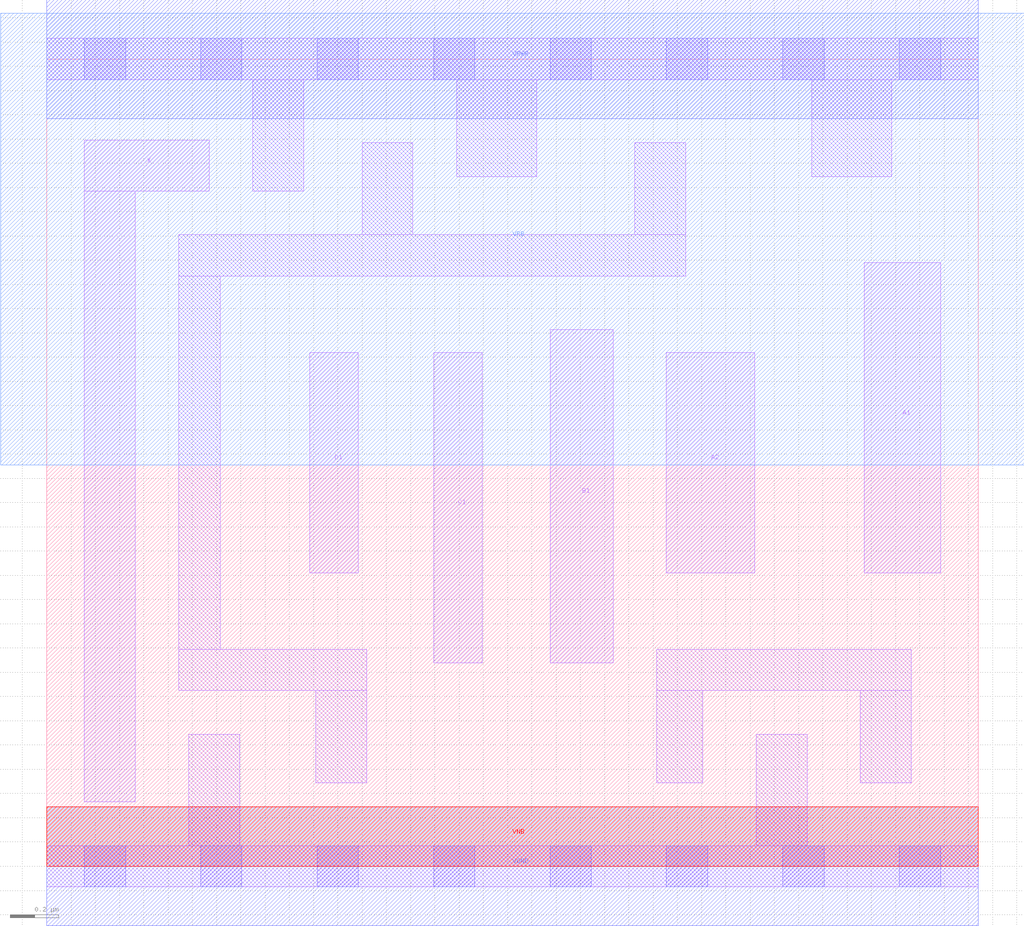
<source format=lef>
# Copyright 2020 The SkyWater PDK Authors
#
# Licensed under the Apache License, Version 2.0 (the "License");
# you may not use this file except in compliance with the License.
# You may obtain a copy of the License at
#
#     https://www.apache.org/licenses/LICENSE-2.0
#
# Unless required by applicable law or agreed to in writing, software
# distributed under the License is distributed on an "AS IS" BASIS,
# WITHOUT WARRANTIES OR CONDITIONS OF ANY KIND, either express or implied.
# See the License for the specific language governing permissions and
# limitations under the License.
#
# SPDX-License-Identifier: Apache-2.0

VERSION 5.7 ;
  NOWIREEXTENSIONATPIN ON ;
  DIVIDERCHAR "/" ;
  BUSBITCHARS "[]" ;
MACRO sky130_fd_sc_lp__o2111a_m
  CLASS CORE ;
  FOREIGN sky130_fd_sc_lp__o2111a_m ;
  ORIGIN  0.000000  0.000000 ;
  SIZE  3.840000 BY  3.330000 ;
  SYMMETRY X Y R90 ;
  SITE unit ;
  PIN A1
    ANTENNAGATEAREA  0.126000 ;
    DIRECTION INPUT ;
    USE SIGNAL ;
    PORT
      LAYER li1 ;
        RECT 3.370000 1.210000 3.685000 2.490000 ;
    END
  END A1
  PIN A2
    ANTENNAGATEAREA  0.126000 ;
    DIRECTION INPUT ;
    USE SIGNAL ;
    PORT
      LAYER li1 ;
        RECT 2.555000 1.210000 2.920000 2.120000 ;
    END
  END A2
  PIN B1
    ANTENNAGATEAREA  0.126000 ;
    DIRECTION INPUT ;
    USE SIGNAL ;
    PORT
      LAYER li1 ;
        RECT 2.075000 0.840000 2.335000 2.215000 ;
    END
  END B1
  PIN C1
    ANTENNAGATEAREA  0.126000 ;
    DIRECTION INPUT ;
    USE SIGNAL ;
    PORT
      LAYER li1 ;
        RECT 1.595000 0.840000 1.795000 2.120000 ;
    END
  END C1
  PIN D1
    ANTENNAGATEAREA  0.126000 ;
    DIRECTION INPUT ;
    USE SIGNAL ;
    PORT
      LAYER li1 ;
        RECT 1.085000 1.210000 1.285000 2.120000 ;
    END
  END D1
  PIN X
    ANTENNADIFFAREA  0.222600 ;
    DIRECTION OUTPUT ;
    USE SIGNAL ;
    PORT
      LAYER li1 ;
        RECT 0.155000 0.265000 0.365000 2.785000 ;
        RECT 0.155000 2.785000 0.670000 2.995000 ;
    END
  END X
  PIN VGND
    DIRECTION INOUT ;
    USE GROUND ;
    PORT
      LAYER met1 ;
        RECT 0.000000 -0.245000 3.840000 0.245000 ;
    END
  END VGND
  PIN VNB
    DIRECTION INOUT ;
    USE GROUND ;
    PORT
      LAYER pwell ;
        RECT 0.000000 0.000000 3.840000 0.245000 ;
    END
  END VNB
  PIN VPB
    DIRECTION INOUT ;
    USE POWER ;
    PORT
      LAYER nwell ;
        RECT -0.190000 1.655000 4.030000 3.520000 ;
    END
  END VPB
  PIN VPWR
    DIRECTION INOUT ;
    USE POWER ;
    PORT
      LAYER met1 ;
        RECT 0.000000 3.085000 3.840000 3.575000 ;
    END
  END VPWR
  OBS
    LAYER li1 ;
      RECT 0.000000 -0.085000 3.840000 0.085000 ;
      RECT 0.000000  3.245000 3.840000 3.415000 ;
      RECT 0.545000  0.725000 1.320000 0.895000 ;
      RECT 0.545000  0.895000 0.715000 2.435000 ;
      RECT 0.545000  2.435000 2.635000 2.605000 ;
      RECT 0.585000  0.085000 0.795000 0.545000 ;
      RECT 0.850000  2.785000 1.060000 3.245000 ;
      RECT 1.110000  0.345000 1.320000 0.725000 ;
      RECT 1.300000  2.605000 1.510000 2.985000 ;
      RECT 1.690000  2.845000 2.020000 3.245000 ;
      RECT 2.425000  2.605000 2.635000 2.985000 ;
      RECT 2.515000  0.345000 2.705000 0.725000 ;
      RECT 2.515000  0.725000 3.565000 0.895000 ;
      RECT 2.925000  0.085000 3.135000 0.545000 ;
      RECT 3.155000  2.845000 3.485000 3.245000 ;
      RECT 3.355000  0.345000 3.565000 0.725000 ;
    LAYER mcon ;
      RECT 0.155000 -0.085000 0.325000 0.085000 ;
      RECT 0.155000  3.245000 0.325000 3.415000 ;
      RECT 0.635000 -0.085000 0.805000 0.085000 ;
      RECT 0.635000  3.245000 0.805000 3.415000 ;
      RECT 1.115000 -0.085000 1.285000 0.085000 ;
      RECT 1.115000  3.245000 1.285000 3.415000 ;
      RECT 1.595000 -0.085000 1.765000 0.085000 ;
      RECT 1.595000  3.245000 1.765000 3.415000 ;
      RECT 2.075000 -0.085000 2.245000 0.085000 ;
      RECT 2.075000  3.245000 2.245000 3.415000 ;
      RECT 2.555000 -0.085000 2.725000 0.085000 ;
      RECT 2.555000  3.245000 2.725000 3.415000 ;
      RECT 3.035000 -0.085000 3.205000 0.085000 ;
      RECT 3.035000  3.245000 3.205000 3.415000 ;
      RECT 3.515000 -0.085000 3.685000 0.085000 ;
      RECT 3.515000  3.245000 3.685000 3.415000 ;
  END
END sky130_fd_sc_lp__o2111a_m
END LIBRARY

</source>
